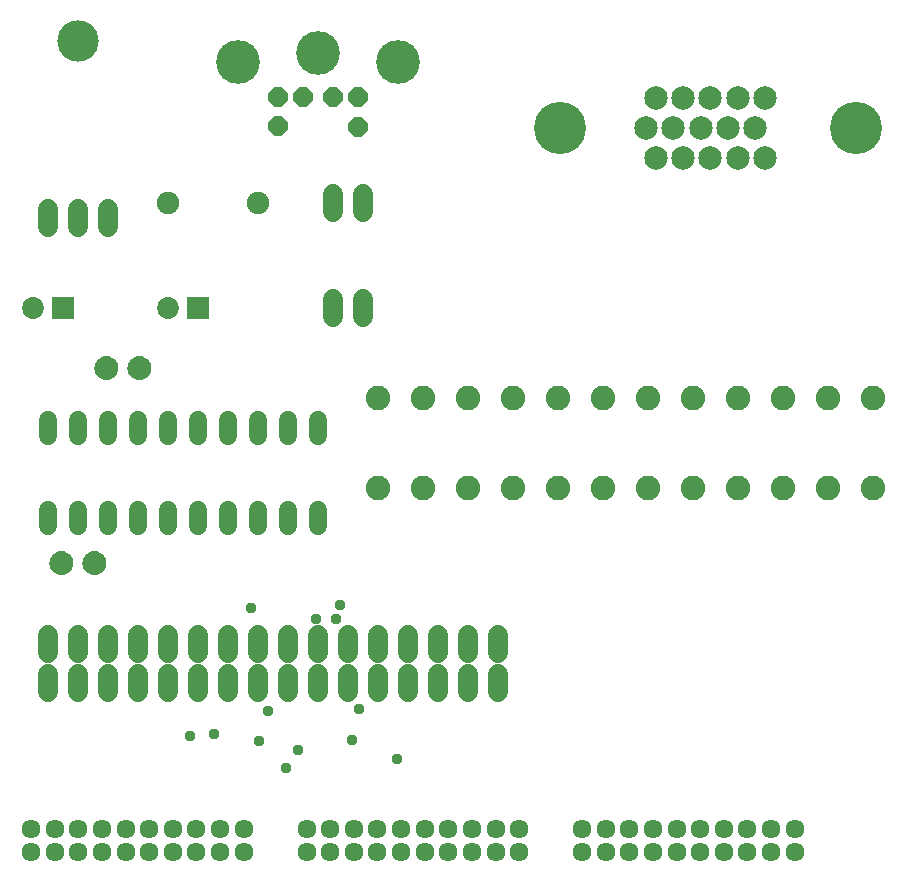
<source format=gbr>
G04 EAGLE Gerber RS-274X export*
G75*
%MOMM*%
%FSLAX34Y34*%
%LPD*%
%INSoldermask Bottom*%
%IPPOS*%
%AMOC8*
5,1,8,0,0,1.08239X$1,22.5*%
G01*
%ADD10C,1.611200*%
%ADD11C,4.419600*%
%ADD12C,1.993900*%
%ADD13C,2.082800*%
%ADD14C,3.703200*%
%ADD15P,1.759533X8X22.500000*%
%ADD16C,1.727200*%
%ADD17C,3.505200*%
%ADD18C,1.524000*%
%ADD19C,1.903200*%
%ADD20C,1.854200*%
%ADD21R,1.854200X1.854200*%
%ADD22C,0.959600*%

G36*
X191760Y421697D02*
X191760Y421697D01*
X191825Y421693D01*
X193656Y421853D01*
X193702Y421866D01*
X193778Y421876D01*
X195542Y422390D01*
X195586Y422411D01*
X195658Y422436D01*
X197288Y423285D01*
X197326Y423314D01*
X197392Y423353D01*
X198825Y424503D01*
X198857Y424539D01*
X198914Y424590D01*
X200095Y425998D01*
X200119Y426039D01*
X200165Y426100D01*
X200710Y427093D01*
X201049Y427712D01*
X201064Y427757D01*
X201098Y427826D01*
X201650Y429579D01*
X201656Y429626D01*
X201676Y429700D01*
X201876Y431527D01*
X201872Y431573D01*
X201878Y431642D01*
X201755Y433318D01*
X201744Y433361D01*
X201738Y433427D01*
X201327Y435057D01*
X201308Y435097D01*
X201290Y435161D01*
X200602Y436694D01*
X200577Y436731D01*
X200548Y436791D01*
X199604Y438181D01*
X199573Y438213D01*
X199535Y438267D01*
X198364Y439473D01*
X198328Y439499D01*
X198280Y439545D01*
X196918Y440529D01*
X196877Y440548D01*
X196823Y440585D01*
X195310Y441318D01*
X195267Y441330D01*
X195207Y441357D01*
X193590Y441815D01*
X193545Y441820D01*
X193481Y441836D01*
X191809Y442007D01*
X191761Y442003D01*
X191682Y442007D01*
X190010Y441841D01*
X189967Y441829D01*
X189902Y441820D01*
X188284Y441366D01*
X188243Y441347D01*
X188180Y441327D01*
X186666Y440599D01*
X186630Y440573D01*
X186571Y440543D01*
X185206Y439562D01*
X185175Y439530D01*
X185122Y439490D01*
X183948Y438288D01*
X183923Y438251D01*
X183878Y438203D01*
X182931Y436815D01*
X182913Y436774D01*
X182877Y436718D01*
X182185Y435187D01*
X182174Y435144D01*
X182148Y435083D01*
X181733Y433454D01*
X181730Y433410D01*
X181715Y433345D01*
X181589Y431670D01*
X181593Y431623D01*
X181591Y431551D01*
X181796Y429716D01*
X181810Y429669D01*
X181822Y429594D01*
X182382Y427833D01*
X182405Y427791D01*
X182431Y427719D01*
X183324Y426102D01*
X183354Y426064D01*
X183394Y425999D01*
X184585Y424587D01*
X184622Y424556D01*
X184674Y424500D01*
X186118Y423347D01*
X186160Y423325D01*
X186222Y423280D01*
X187863Y422431D01*
X187909Y422417D01*
X187978Y422385D01*
X189753Y421872D01*
X189801Y421867D01*
X189876Y421850D01*
X191716Y421693D01*
X191760Y421697D01*
G37*
G36*
X163769Y421697D02*
X163769Y421697D01*
X163834Y421693D01*
X165665Y421853D01*
X165711Y421866D01*
X165787Y421876D01*
X167551Y422390D01*
X167595Y422411D01*
X167667Y422436D01*
X169297Y423285D01*
X169335Y423314D01*
X169401Y423353D01*
X170834Y424503D01*
X170866Y424539D01*
X170923Y424590D01*
X172104Y425998D01*
X172128Y426039D01*
X172174Y426100D01*
X172719Y427093D01*
X173058Y427712D01*
X173073Y427757D01*
X173107Y427826D01*
X173659Y429579D01*
X173665Y429626D01*
X173685Y429700D01*
X173885Y431527D01*
X173881Y431573D01*
X173887Y431642D01*
X173764Y433318D01*
X173753Y433361D01*
X173747Y433427D01*
X173336Y435057D01*
X173317Y435097D01*
X173299Y435161D01*
X172611Y436694D01*
X172586Y436731D01*
X172557Y436791D01*
X171613Y438181D01*
X171582Y438213D01*
X171544Y438267D01*
X170373Y439473D01*
X170337Y439499D01*
X170289Y439545D01*
X168927Y440529D01*
X168886Y440548D01*
X168832Y440585D01*
X167319Y441318D01*
X167276Y441330D01*
X167216Y441357D01*
X165599Y441815D01*
X165554Y441820D01*
X165490Y441836D01*
X163818Y442007D01*
X163770Y442003D01*
X163691Y442007D01*
X162019Y441841D01*
X161976Y441829D01*
X161911Y441820D01*
X160293Y441366D01*
X160252Y441347D01*
X160189Y441327D01*
X158675Y440599D01*
X158639Y440573D01*
X158580Y440543D01*
X157215Y439562D01*
X157184Y439530D01*
X157131Y439490D01*
X155957Y438288D01*
X155932Y438251D01*
X155887Y438203D01*
X154940Y436815D01*
X154922Y436774D01*
X154886Y436718D01*
X154194Y435187D01*
X154183Y435144D01*
X154157Y435083D01*
X153742Y433454D01*
X153739Y433410D01*
X153724Y433345D01*
X153598Y431670D01*
X153602Y431623D01*
X153600Y431551D01*
X153805Y429716D01*
X153819Y429669D01*
X153831Y429594D01*
X154391Y427833D01*
X154414Y427791D01*
X154440Y427719D01*
X155333Y426102D01*
X155363Y426064D01*
X155403Y425999D01*
X156594Y424587D01*
X156631Y424556D01*
X156683Y424500D01*
X158127Y423347D01*
X158169Y423325D01*
X158231Y423280D01*
X159872Y422431D01*
X159918Y422417D01*
X159987Y422385D01*
X161762Y421872D01*
X161810Y421867D01*
X161885Y421850D01*
X163725Y421693D01*
X163769Y421697D01*
G37*
G36*
X153660Y256597D02*
X153660Y256597D01*
X153725Y256593D01*
X155556Y256753D01*
X155602Y256766D01*
X155678Y256776D01*
X157442Y257290D01*
X157486Y257311D01*
X157558Y257336D01*
X159188Y258185D01*
X159226Y258214D01*
X159292Y258253D01*
X160725Y259403D01*
X160757Y259439D01*
X160814Y259490D01*
X161995Y260898D01*
X162019Y260939D01*
X162065Y261000D01*
X162610Y261993D01*
X162949Y262612D01*
X162964Y262657D01*
X162998Y262726D01*
X163550Y264479D01*
X163556Y264526D01*
X163576Y264600D01*
X163776Y266427D01*
X163772Y266473D01*
X163778Y266542D01*
X163655Y268218D01*
X163644Y268261D01*
X163638Y268327D01*
X163227Y269957D01*
X163208Y269997D01*
X163190Y270061D01*
X162502Y271594D01*
X162477Y271631D01*
X162448Y271691D01*
X161504Y273081D01*
X161473Y273113D01*
X161435Y273167D01*
X160264Y274373D01*
X160228Y274399D01*
X160180Y274445D01*
X158818Y275429D01*
X158777Y275448D01*
X158723Y275485D01*
X157210Y276218D01*
X157167Y276230D01*
X157107Y276257D01*
X155490Y276715D01*
X155445Y276720D01*
X155381Y276736D01*
X153709Y276907D01*
X153661Y276903D01*
X153582Y276907D01*
X151910Y276741D01*
X151867Y276729D01*
X151802Y276720D01*
X150184Y276266D01*
X150143Y276247D01*
X150080Y276227D01*
X148566Y275499D01*
X148530Y275473D01*
X148471Y275443D01*
X147106Y274462D01*
X147075Y274430D01*
X147022Y274390D01*
X145848Y273188D01*
X145823Y273151D01*
X145778Y273103D01*
X144831Y271715D01*
X144813Y271674D01*
X144777Y271618D01*
X144085Y270087D01*
X144074Y270044D01*
X144048Y269983D01*
X143633Y268354D01*
X143630Y268310D01*
X143615Y268245D01*
X143489Y266570D01*
X143493Y266523D01*
X143491Y266451D01*
X143696Y264616D01*
X143710Y264569D01*
X143722Y264494D01*
X144282Y262733D01*
X144305Y262691D01*
X144331Y262619D01*
X145224Y261002D01*
X145254Y260964D01*
X145294Y260899D01*
X146485Y259487D01*
X146522Y259456D01*
X146574Y259400D01*
X148018Y258247D01*
X148060Y258225D01*
X148122Y258180D01*
X149763Y257331D01*
X149809Y257317D01*
X149878Y257285D01*
X151653Y256772D01*
X151701Y256767D01*
X151776Y256750D01*
X153616Y256593D01*
X153660Y256597D01*
G37*
G36*
X125669Y256597D02*
X125669Y256597D01*
X125734Y256593D01*
X127565Y256753D01*
X127611Y256766D01*
X127687Y256776D01*
X129451Y257290D01*
X129495Y257311D01*
X129567Y257336D01*
X131197Y258185D01*
X131235Y258214D01*
X131301Y258253D01*
X132734Y259403D01*
X132766Y259439D01*
X132823Y259490D01*
X134004Y260898D01*
X134028Y260939D01*
X134074Y261000D01*
X134619Y261993D01*
X134958Y262612D01*
X134973Y262657D01*
X135007Y262726D01*
X135559Y264479D01*
X135565Y264526D01*
X135585Y264600D01*
X135785Y266427D01*
X135781Y266473D01*
X135787Y266542D01*
X135664Y268218D01*
X135653Y268261D01*
X135647Y268327D01*
X135236Y269957D01*
X135217Y269997D01*
X135199Y270061D01*
X134511Y271594D01*
X134486Y271631D01*
X134457Y271691D01*
X133513Y273081D01*
X133482Y273113D01*
X133444Y273167D01*
X132273Y274373D01*
X132237Y274399D01*
X132189Y274445D01*
X130827Y275429D01*
X130786Y275448D01*
X130732Y275485D01*
X129219Y276218D01*
X129176Y276230D01*
X129116Y276257D01*
X127499Y276715D01*
X127454Y276720D01*
X127390Y276736D01*
X125718Y276907D01*
X125670Y276903D01*
X125591Y276907D01*
X123919Y276741D01*
X123876Y276729D01*
X123811Y276720D01*
X122193Y276266D01*
X122152Y276247D01*
X122089Y276227D01*
X120575Y275499D01*
X120539Y275473D01*
X120480Y275443D01*
X119115Y274462D01*
X119084Y274430D01*
X119031Y274390D01*
X117857Y273188D01*
X117832Y273151D01*
X117787Y273103D01*
X116840Y271715D01*
X116822Y271674D01*
X116786Y271618D01*
X116094Y270087D01*
X116083Y270044D01*
X116057Y269983D01*
X115642Y268354D01*
X115639Y268310D01*
X115624Y268245D01*
X115498Y266570D01*
X115502Y266523D01*
X115500Y266451D01*
X115705Y264616D01*
X115719Y264569D01*
X115731Y264494D01*
X116291Y262733D01*
X116314Y262691D01*
X116340Y262619D01*
X117233Y261002D01*
X117263Y260964D01*
X117303Y260899D01*
X118494Y259487D01*
X118531Y259456D01*
X118583Y259400D01*
X120027Y258247D01*
X120069Y258225D01*
X120131Y258180D01*
X121772Y257331D01*
X121818Y257317D01*
X121887Y257285D01*
X123662Y256772D01*
X123710Y256767D01*
X123785Y256750D01*
X125625Y256593D01*
X125669Y256597D01*
G37*
D10*
X566500Y21750D03*
X566500Y41750D03*
X586500Y21750D03*
X586500Y41750D03*
X606500Y21750D03*
X606500Y41750D03*
X626500Y21750D03*
X626500Y41750D03*
X646500Y21750D03*
X646500Y41750D03*
X666500Y21750D03*
X666500Y41750D03*
X686500Y21750D03*
X686500Y41750D03*
X706500Y21750D03*
X706500Y41750D03*
X726500Y21750D03*
X726500Y41750D03*
X746500Y21750D03*
X746500Y41750D03*
D11*
X798119Y635000D03*
X548081Y635000D03*
D12*
X721029Y609590D03*
X698118Y609590D03*
X675208Y609590D03*
X652297Y609590D03*
X629386Y609590D03*
X712571Y635000D03*
X689660Y635000D03*
X666750Y635000D03*
X643839Y635000D03*
X620928Y635000D03*
X721029Y660411D03*
X698118Y660411D03*
X675208Y660411D03*
X652297Y660411D03*
X629386Y660411D03*
D13*
X812800Y330200D03*
X812800Y406400D03*
X774700Y330200D03*
X774700Y406400D03*
X736600Y330200D03*
X736600Y406400D03*
X698500Y330200D03*
X698500Y406400D03*
X660400Y330200D03*
X660400Y406400D03*
X622300Y330200D03*
X622300Y406400D03*
X584200Y330200D03*
X584200Y406400D03*
X546100Y330200D03*
X546100Y406400D03*
X508000Y330200D03*
X508000Y406400D03*
X469900Y330200D03*
X469900Y406400D03*
X431800Y330200D03*
X431800Y406400D03*
X393700Y330200D03*
X393700Y406400D03*
D14*
X410900Y691000D03*
X275400Y691000D03*
X342900Y699000D03*
D15*
X355900Y661000D03*
X329900Y661000D03*
X308900Y661000D03*
X376900Y661000D03*
X376900Y636000D03*
X308900Y636500D03*
D16*
X355600Y579120D02*
X355600Y563880D01*
X381000Y563880D02*
X381000Y579120D01*
X114300Y566420D02*
X114300Y551180D01*
X139700Y551180D02*
X139700Y566420D01*
X165100Y566420D02*
X165100Y551180D01*
D17*
X139700Y708660D03*
D18*
X114300Y311404D02*
X114300Y298196D01*
X139700Y298196D02*
X139700Y311404D01*
X266700Y311404D02*
X266700Y298196D01*
X292100Y298196D02*
X292100Y311404D01*
X165100Y311404D02*
X165100Y298196D01*
X190500Y298196D02*
X190500Y311404D01*
X241300Y311404D02*
X241300Y298196D01*
X215900Y298196D02*
X215900Y311404D01*
X317500Y311404D02*
X317500Y298196D01*
X342900Y298196D02*
X342900Y311404D01*
X342900Y374396D02*
X342900Y387604D01*
X317500Y387604D02*
X317500Y374396D01*
X292100Y374396D02*
X292100Y387604D01*
X266700Y387604D02*
X266700Y374396D01*
X241300Y374396D02*
X241300Y387604D01*
X215900Y387604D02*
X215900Y374396D01*
X190500Y374396D02*
X190500Y387604D01*
X165100Y387604D02*
X165100Y374396D01*
X139700Y374396D02*
X139700Y387604D01*
X114300Y387604D02*
X114300Y374396D01*
D16*
X355600Y474980D02*
X355600Y490220D01*
X381000Y490220D02*
X381000Y474980D01*
D19*
X215900Y571500D03*
X292100Y571500D03*
D20*
X101800Y482600D03*
D21*
X126800Y482600D03*
D20*
X216100Y482600D03*
D21*
X241100Y482600D03*
D10*
X100000Y21750D03*
X100000Y41750D03*
X120000Y21750D03*
X120000Y41750D03*
X140000Y21750D03*
X140000Y41750D03*
X160000Y21750D03*
X160000Y41750D03*
X180000Y21750D03*
X180000Y41750D03*
X200000Y21750D03*
X200000Y41750D03*
X220000Y21750D03*
X220000Y41750D03*
X240000Y21750D03*
X240000Y41750D03*
X260000Y21750D03*
X260000Y41750D03*
X280000Y21750D03*
X280000Y41750D03*
D16*
X114300Y157480D02*
X114300Y172720D01*
X139700Y172720D02*
X139700Y157480D01*
X165100Y157480D02*
X165100Y172720D01*
X190500Y172720D02*
X190500Y157480D01*
X215900Y157480D02*
X215900Y172720D01*
X241300Y172720D02*
X241300Y157480D01*
X266700Y157480D02*
X266700Y172720D01*
X292100Y172720D02*
X292100Y157480D01*
X317500Y157480D02*
X317500Y172720D01*
X342900Y172720D02*
X342900Y157480D01*
X368300Y157480D02*
X368300Y172720D01*
X393700Y172720D02*
X393700Y157480D01*
X419100Y157480D02*
X419100Y172720D01*
X444500Y172720D02*
X444500Y157480D01*
X469900Y157480D02*
X469900Y172720D01*
X495300Y172720D02*
X495300Y157480D01*
D10*
X333250Y21750D03*
X333250Y41750D03*
X353250Y21750D03*
X353250Y41750D03*
X373250Y21750D03*
X373250Y41750D03*
X393250Y21750D03*
X393250Y41750D03*
X413250Y21750D03*
X413250Y41750D03*
X433250Y21750D03*
X433250Y41750D03*
X453250Y21750D03*
X453250Y41750D03*
X473250Y21750D03*
X473250Y41750D03*
X493250Y21750D03*
X493250Y41750D03*
X513250Y21750D03*
X513250Y41750D03*
D16*
X114300Y190500D02*
X114300Y205740D01*
X139700Y205740D02*
X139700Y190500D01*
X165100Y190500D02*
X165100Y205740D01*
X190500Y205740D02*
X190500Y190500D01*
X215900Y190500D02*
X215900Y205740D01*
X241300Y205740D02*
X241300Y190500D01*
X266700Y190500D02*
X266700Y205740D01*
X292100Y205740D02*
X292100Y190500D01*
X317500Y190500D02*
X317500Y205740D01*
X342900Y205740D02*
X342900Y190500D01*
X368300Y190500D02*
X368300Y205740D01*
X393700Y205740D02*
X393700Y190500D01*
X419100Y190500D02*
X419100Y205740D01*
X444500Y205740D02*
X444500Y190500D01*
X469900Y190500D02*
X469900Y205740D01*
X495300Y205740D02*
X495300Y190500D01*
D22*
X341376Y219456D03*
X358140Y219456D03*
X377952Y143256D03*
X254508Y121920D03*
X409956Y100584D03*
X371856Y117348D03*
X326136Y108204D03*
X300228Y141732D03*
X361188Y231648D03*
X315468Y92964D03*
X292608Y115824D03*
X234696Y120396D03*
X286512Y228600D03*
M02*

</source>
